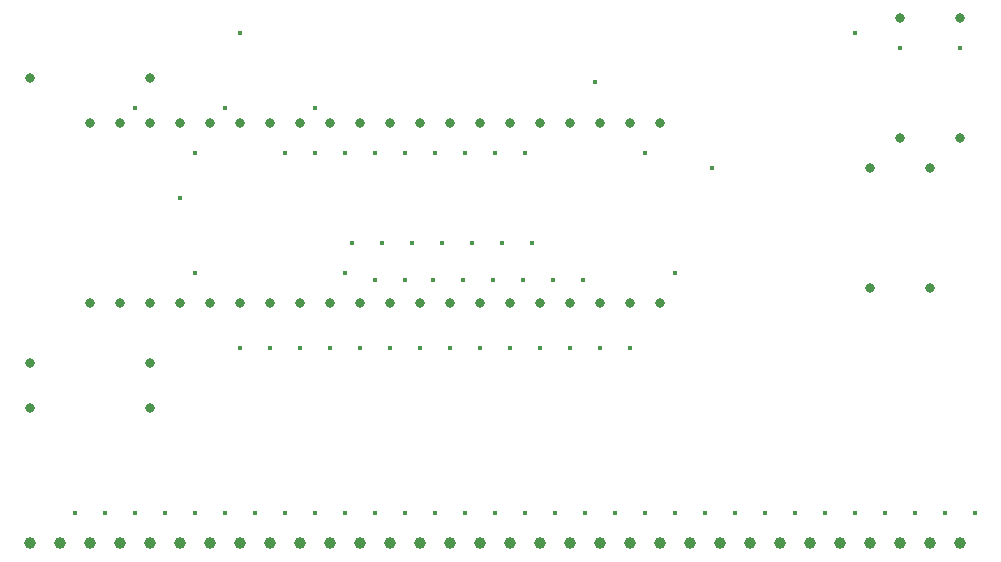
<source format=gbr>
%TF.GenerationSoftware,KiCad,Pcbnew,7.0.5*%
%TF.CreationDate,2023-06-09T17:19:29+02:00*%
%TF.ProjectId,Sorbus-65C02,536f7262-7573-42d3-9635-4330322e6b69,rev?*%
%TF.SameCoordinates,Original*%
%TF.FileFunction,Plated,1,2,PTH,Drill*%
%TF.FilePolarity,Positive*%
%FSLAX46Y46*%
G04 Gerber Fmt 4.6, Leading zero omitted, Abs format (unit mm)*
G04 Created by KiCad (PCBNEW 7.0.5) date 2023-06-09 17:19:29*
%MOMM*%
%LPD*%
G01*
G04 APERTURE LIST*
%TA.AperFunction,ViaDrill*%
%ADD10C,0.400000*%
%TD*%
%TA.AperFunction,ComponentDrill*%
%ADD11C,0.800000*%
%TD*%
%TA.AperFunction,ComponentDrill*%
%ADD12C,1.000000*%
%TD*%
G04 APERTURE END LIST*
D10*
X31750000Y-78740000D03*
X34290000Y-78740000D03*
X36830000Y-44450000D03*
X36830000Y-78740000D03*
X39370000Y-78740000D03*
X40640000Y-52070000D03*
X41910000Y-48260000D03*
X41910000Y-58420000D03*
X41910000Y-78740000D03*
X44450000Y-44450000D03*
X44450000Y-78740000D03*
X45720000Y-38100000D03*
X45720000Y-64770000D03*
X46990000Y-78740000D03*
X48260000Y-64770000D03*
X49530000Y-48260000D03*
X49530000Y-78740000D03*
X50800000Y-64770000D03*
X52070000Y-44450000D03*
X52070000Y-48260000D03*
X52070000Y-78740000D03*
X53340000Y-64770000D03*
X54610000Y-48260000D03*
X54610000Y-58420000D03*
X54610000Y-78740000D03*
X55245000Y-55880000D03*
X55880000Y-64770000D03*
X57150000Y-48260000D03*
X57150000Y-59055000D03*
X57150000Y-78740000D03*
X57785000Y-55880000D03*
X58420000Y-64770000D03*
X59690000Y-48260000D03*
X59690000Y-59055000D03*
X59690000Y-78740000D03*
X60325000Y-55880000D03*
X60960000Y-64770000D03*
X62085000Y-59055000D03*
X62230000Y-48260000D03*
X62230000Y-78740000D03*
X62865000Y-55880000D03*
X63500000Y-64770000D03*
X64625000Y-59055000D03*
X64770000Y-48260000D03*
X64770000Y-78740000D03*
X65405000Y-55880000D03*
X66040000Y-64770000D03*
X67165000Y-59055000D03*
X67310000Y-48260000D03*
X67310000Y-78740000D03*
X67945000Y-55880000D03*
X68580000Y-64770000D03*
X69705000Y-59055000D03*
X69850000Y-48260000D03*
X69850000Y-78740000D03*
X70485000Y-55880000D03*
X71120000Y-64770000D03*
X72245000Y-59055000D03*
X72390000Y-78740000D03*
X73660000Y-64770000D03*
X74785000Y-59055000D03*
X74930000Y-78740000D03*
X75819000Y-42291000D03*
X76200000Y-64770000D03*
X77470000Y-78740000D03*
X78740000Y-64770000D03*
X80010000Y-48260000D03*
X80010000Y-78740000D03*
X82550000Y-58420000D03*
X82550000Y-78740000D03*
X85090000Y-78740000D03*
X85725000Y-49530000D03*
X87630000Y-78740000D03*
X90170000Y-78740000D03*
X92710000Y-78740000D03*
X95250000Y-78740000D03*
X97790000Y-38100000D03*
X97790000Y-78740000D03*
X100330000Y-78740000D03*
X101600000Y-39370000D03*
X102870000Y-78740000D03*
X105410000Y-78740000D03*
X106680000Y-39370000D03*
X107950000Y-78740000D03*
D11*
%TO.C,R2*%
X27940000Y-41910000D03*
%TO.C,R1*%
X27940000Y-66040000D03*
%TO.C,R3*%
X27940000Y-69850000D03*
%TO.C,U1*%
X33020000Y-45720000D03*
X33020000Y-60960000D03*
X35560000Y-45720000D03*
X35560000Y-60960000D03*
%TO.C,R2*%
X38100000Y-41910000D03*
%TO.C,U1*%
X38100000Y-45720000D03*
X38100000Y-60960000D03*
%TO.C,R1*%
X38100000Y-66040000D03*
%TO.C,R3*%
X38100000Y-69850000D03*
%TO.C,U1*%
X40640000Y-45720000D03*
X40640000Y-60960000D03*
X43180000Y-45720000D03*
X43180000Y-60960000D03*
X45720000Y-45720000D03*
X45720000Y-60960000D03*
X48260000Y-45720000D03*
X48260000Y-60960000D03*
X50800000Y-45720000D03*
X50800000Y-60960000D03*
X53340000Y-45720000D03*
X53340000Y-60960000D03*
X55880000Y-45720000D03*
X55880000Y-60960000D03*
X58420000Y-45720000D03*
X58420000Y-60960000D03*
X60960000Y-45720000D03*
X60960000Y-60960000D03*
X63500000Y-45720000D03*
X63500000Y-60960000D03*
X66040000Y-45720000D03*
X66040000Y-60960000D03*
X68580000Y-45720000D03*
X68580000Y-60960000D03*
X71120000Y-45720000D03*
X71120000Y-60960000D03*
X73660000Y-45720000D03*
X73660000Y-60960000D03*
X76200000Y-45720000D03*
X76200000Y-60960000D03*
X78740000Y-45720000D03*
X78740000Y-60960000D03*
X81280000Y-45720000D03*
X81280000Y-60960000D03*
%TO.C,R7*%
X99060000Y-49530000D03*
X99060000Y-59690000D03*
%TO.C,R6*%
X101600000Y-36830000D03*
X101600000Y-46990000D03*
%TO.C,R5*%
X104140000Y-49530000D03*
X104140000Y-59690000D03*
%TO.C,R4*%
X106680000Y-36830000D03*
X106680000Y-46990000D03*
D12*
%TO.C,J1*%
X27940000Y-81280000D03*
X30480000Y-81280000D03*
X33020000Y-81280000D03*
X35560000Y-81280000D03*
X38100000Y-81280000D03*
X40640000Y-81280000D03*
X43180000Y-81280000D03*
X45720000Y-81280000D03*
X48260000Y-81280000D03*
X50800000Y-81280000D03*
X53340000Y-81280000D03*
X55880000Y-81280000D03*
X58420000Y-81280000D03*
X60960000Y-81280000D03*
X63500000Y-81280000D03*
X66040000Y-81280000D03*
X68580000Y-81280000D03*
X71120000Y-81280000D03*
X73660000Y-81280000D03*
X76200000Y-81280000D03*
X78740000Y-81280000D03*
X81280000Y-81280000D03*
X83820000Y-81280000D03*
X86360000Y-81280000D03*
X88900000Y-81280000D03*
X91440000Y-81280000D03*
X93980000Y-81280000D03*
X96520000Y-81280000D03*
X99060000Y-81280000D03*
X101600000Y-81280000D03*
X104140000Y-81280000D03*
X106680000Y-81280000D03*
M02*

</source>
